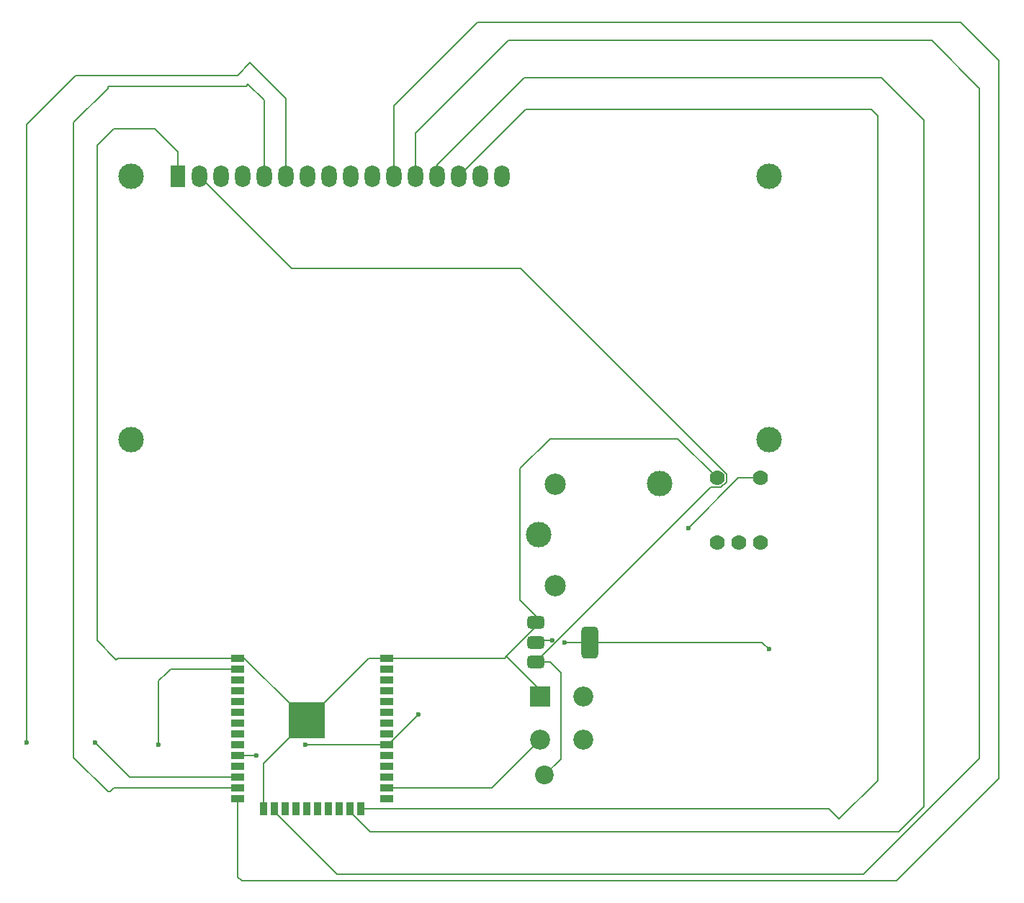
<source format=gbr>
%TF.GenerationSoftware,KiCad,Pcbnew,9.0.0*%
%TF.CreationDate,2025-03-30T19:27:41+05:30*%
%TF.ProjectId,Water_level_controller,57617465-725f-46c6-9576-656c5f636f6e,rev?*%
%TF.SameCoordinates,Original*%
%TF.FileFunction,Copper,L1,Top*%
%TF.FilePolarity,Positive*%
%FSLAX46Y46*%
G04 Gerber Fmt 4.6, Leading zero omitted, Abs format (unit mm)*
G04 Created by KiCad (PCBNEW 9.0.0) date 2025-03-30 19:27:41*
%MOMM*%
%LPD*%
G01*
G04 APERTURE LIST*
G04 Aperture macros list*
%AMRoundRect*
0 Rectangle with rounded corners*
0 $1 Rounding radius*
0 $2 $3 $4 $5 $6 $7 $8 $9 X,Y pos of 4 corners*
0 Add a 4 corners polygon primitive as box body*
4,1,4,$2,$3,$4,$5,$6,$7,$8,$9,$2,$3,0*
0 Add four circle primitives for the rounded corners*
1,1,$1+$1,$2,$3*
1,1,$1+$1,$4,$5*
1,1,$1+$1,$6,$7*
1,1,$1+$1,$8,$9*
0 Add four rect primitives between the rounded corners*
20,1,$1+$1,$2,$3,$4,$5,0*
20,1,$1+$1,$4,$5,$6,$7,0*
20,1,$1+$1,$6,$7,$8,$9,0*
20,1,$1+$1,$8,$9,$2,$3,0*%
G04 Aperture macros list end*
%TA.AperFunction,SMDPad,CuDef*%
%ADD10R,1.500000X0.900000*%
%TD*%
%TA.AperFunction,SMDPad,CuDef*%
%ADD11R,0.900000X1.500000*%
%TD*%
%TA.AperFunction,SMDPad,CuDef*%
%ADD12R,1.050000X1.050000*%
%TD*%
%TA.AperFunction,HeatsinkPad*%
%ADD13C,0.600000*%
%TD*%
%TA.AperFunction,HeatsinkPad*%
%ADD14R,4.200000X4.200000*%
%TD*%
%TA.AperFunction,ComponentPad*%
%ADD15C,2.200000*%
%TD*%
%TA.AperFunction,ComponentPad*%
%ADD16R,2.350000X2.350000*%
%TD*%
%TA.AperFunction,ComponentPad*%
%ADD17C,2.350000*%
%TD*%
%TA.AperFunction,ComponentPad*%
%ADD18C,3.000000*%
%TD*%
%TA.AperFunction,ComponentPad*%
%ADD19R,1.800000X2.600000*%
%TD*%
%TA.AperFunction,ComponentPad*%
%ADD20O,1.800000X2.600000*%
%TD*%
%TA.AperFunction,SMDPad,CuDef*%
%ADD21RoundRect,0.375000X-0.625000X-0.375000X0.625000X-0.375000X0.625000X0.375000X-0.625000X0.375000X0*%
%TD*%
%TA.AperFunction,SMDPad,CuDef*%
%ADD22RoundRect,0.500000X-0.500000X-1.400000X0.500000X-1.400000X0.500000X1.400000X-0.500000X1.400000X0*%
%TD*%
%TA.AperFunction,ComponentPad*%
%ADD23C,1.778000*%
%TD*%
%TA.AperFunction,ComponentPad*%
%ADD24C,2.500000*%
%TD*%
%TA.AperFunction,ViaPad*%
%ADD25C,0.600000*%
%TD*%
%TA.AperFunction,Conductor*%
%ADD26C,0.200000*%
%TD*%
G04 APERTURE END LIST*
D10*
%TO.P,U1,1,GND*%
%TO.N,GND*%
X106810000Y-110315000D03*
%TO.P,U1,2,VDD*%
%TO.N,Net-(U1-VDD)*%
X106810000Y-111585000D03*
%TO.P,U1,3,EN*%
%TO.N,unconnected-(U1-EN-Pad3)*%
X106810000Y-112855000D03*
%TO.P,U1,4,SENSOR_VP*%
%TO.N,unconnected-(U1-SENSOR_VP-Pad4)*%
X106810000Y-114125000D03*
%TO.P,U1,5,SENSOR_VN*%
%TO.N,unconnected-(U1-SENSOR_VN-Pad5)*%
X106810000Y-115395000D03*
%TO.P,U1,6,IO34*%
%TO.N,unconnected-(U1-IO34-Pad6)*%
X106810000Y-116665000D03*
%TO.P,U1,7,IO35*%
%TO.N,unconnected-(U1-IO35-Pad7)*%
X106810000Y-117935000D03*
%TO.P,U1,8,IO32*%
%TO.N,unconnected-(U1-IO32-Pad8)*%
X106810000Y-119205000D03*
%TO.P,U1,9,IO33*%
%TO.N,unconnected-(U1-IO33-Pad9)*%
X106810000Y-120475000D03*
%TO.P,U1,10,IO25*%
%TO.N,Net-(U1-IO18)*%
X106810000Y-121745000D03*
%TO.P,U1,11,IO26*%
%TO.N,Net-(U1-IO26)*%
X106810000Y-123015000D03*
%TO.P,U1,12,IO27*%
%TO.N,Net-(DS1-E)*%
X106810000Y-124285000D03*
%TO.P,U1,13,IO14*%
%TO.N,Net-(DS1-R{slash}W)*%
X106810000Y-125555000D03*
%TO.P,U1,14,IO12*%
%TO.N,Net-(DS1-D4)*%
X106810000Y-126825000D03*
D11*
%TO.P,U1,15,GND*%
%TO.N,GND*%
X109850000Y-128075000D03*
%TO.P,U1,16,IO13*%
%TO.N,Net-(DS1-D5)*%
X111120000Y-128075000D03*
%TO.P,U1,17,SHD/SD2*%
%TO.N,unconnected-(U1-SHD{slash}SD2-Pad17)*%
X112390000Y-128075000D03*
%TO.P,U1,18,SWP/SD3*%
%TO.N,unconnected-(U1-SWP{slash}SD3-Pad18)*%
X113660000Y-128075000D03*
%TO.P,U1,19,SCS/CMD*%
%TO.N,unconnected-(U1-SCS{slash}CMD-Pad19)*%
X114930000Y-128075000D03*
%TO.P,U1,20,SCK/CLK*%
%TO.N,unconnected-(U1-SCK{slash}CLK-Pad20)*%
X116200000Y-128075000D03*
%TO.P,U1,21,SDO/SD0*%
%TO.N,unconnected-(U1-SDO{slash}SD0-Pad21)*%
X117470000Y-128075000D03*
%TO.P,U1,22,SDI/SD1*%
%TO.N,unconnected-(U1-SDI{slash}SD1-Pad22)*%
X118740000Y-128075000D03*
%TO.P,U1,23,IO15*%
%TO.N,Net-(DS1-D6)*%
X120010000Y-128075000D03*
%TO.P,U1,24,IO2*%
%TO.N,Net-(DS1-D7)*%
X121280000Y-128075000D03*
D10*
%TO.P,U1,25,IO0*%
%TO.N,unconnected-(U1-IO0-Pad25)*%
X124310000Y-126825000D03*
%TO.P,U1,26,IO4*%
%TO.N,Net-(D1-A)*%
X124310000Y-125555000D03*
%TO.P,U1,27,IO16*%
%TO.N,unconnected-(U1-IO16-Pad27)*%
X124310000Y-124285000D03*
%TO.P,U1,28,IO17*%
%TO.N,unconnected-(U1-IO17-Pad28)*%
X124310000Y-123015000D03*
%TO.P,U1,29,IO5*%
%TO.N,unconnected-(U1-IO5-Pad29)*%
X124310000Y-121745000D03*
%TO.P,U1,30,IO18*%
%TO.N,Net-(U1-IO18)*%
X124310000Y-120475000D03*
%TO.P,U1,31,IO19*%
%TO.N,unconnected-(U1-IO19-Pad31)*%
X124310000Y-119205000D03*
%TO.P,U1,32,NC*%
%TO.N,unconnected-(U1-NC-Pad32)*%
X124310000Y-117935000D03*
%TO.P,U1,33,IO21*%
%TO.N,unconnected-(U1-IO21-Pad33)*%
X124310000Y-116665000D03*
%TO.P,U1,34,RXD0/IO3*%
%TO.N,unconnected-(U1-RXD0{slash}IO3-Pad34)*%
X124310000Y-115395000D03*
%TO.P,U1,35,TXD0/IO1*%
%TO.N,unconnected-(U1-TXD0{slash}IO1-Pad35)*%
X124310000Y-114125000D03*
%TO.P,U1,36,IO22*%
%TO.N,unconnected-(U1-IO22-Pad36)*%
X124310000Y-112855000D03*
%TO.P,U1,37,IO23*%
%TO.N,unconnected-(U1-IO23-Pad37)*%
X124310000Y-111585000D03*
%TO.P,U1,38,GND*%
%TO.N,GND*%
X124310000Y-110315000D03*
D12*
%TO.P,U1,39,GND*%
X113355000Y-116130000D03*
D13*
X113355000Y-116892500D03*
D12*
X113355000Y-117655000D03*
D13*
X113355000Y-118417500D03*
D12*
X113355000Y-119180000D03*
D13*
X114117500Y-116130000D03*
X114117500Y-117655000D03*
X114117500Y-119180000D03*
D12*
X114880000Y-116130000D03*
D13*
X114880000Y-116892500D03*
D12*
X114880000Y-117655000D03*
D14*
X114880000Y-117655000D03*
D13*
X114880000Y-118417500D03*
D12*
X114880000Y-119180000D03*
D13*
X115642500Y-116130000D03*
X115642500Y-117655000D03*
X115642500Y-119180000D03*
D12*
X116405000Y-116130000D03*
D13*
X116405000Y-116892500D03*
D12*
X116405000Y-117655000D03*
D13*
X116405000Y-118417500D03*
D12*
X116405000Y-119180000D03*
%TD*%
D15*
%TO.P,U3,1,VCC*%
%TO.N,+5V*%
X142860000Y-124055000D03*
%TD*%
D16*
%TO.P,D1,1,K*%
%TO.N,GND*%
X142320000Y-114805000D03*
D17*
%TO.P,D1,2,A*%
%TO.N,Net-(D1-A)*%
X142320000Y-119885000D03*
%TO.P,D1,3*%
%TO.N,N/C*%
X147400000Y-119885000D03*
%TO.P,D1,4*%
X147400000Y-114805000D03*
%TD*%
D18*
%TO.P,DS1,*%
%TO.N,*%
X94250900Y-53642500D03*
X94250900Y-84643200D03*
X169249480Y-84643200D03*
X169250000Y-53642500D03*
D19*
%TO.P,DS1,1,VSS*%
%TO.N,GND*%
X99750000Y-53642500D03*
D20*
%TO.P,DS1,2,VDD*%
%TO.N,+5V*%
X102290000Y-53642500D03*
%TO.P,DS1,3,VO*%
%TO.N,unconnected-(DS1-VO-Pad3)*%
X104830000Y-53642500D03*
%TO.P,DS1,4,RS*%
%TO.N,unconnected-(DS1-RS-Pad4)*%
X107370000Y-53642500D03*
%TO.P,DS1,5,R/W*%
%TO.N,Net-(DS1-R{slash}W)*%
X109910000Y-53642500D03*
%TO.P,DS1,6,E*%
%TO.N,Net-(DS1-E)*%
X112450000Y-53642500D03*
%TO.P,DS1,7,D0*%
%TO.N,unconnected-(DS1-D0-Pad7)*%
X114990000Y-53642500D03*
%TO.P,DS1,8,D1*%
%TO.N,unconnected-(DS1-D1-Pad8)*%
X117530000Y-53642500D03*
%TO.P,DS1,9,D2*%
%TO.N,unconnected-(DS1-D2-Pad9)*%
X120070000Y-53642500D03*
%TO.P,DS1,10,D3*%
%TO.N,unconnected-(DS1-D3-Pad10)*%
X122610000Y-53642500D03*
%TO.P,DS1,11,D4*%
%TO.N,Net-(DS1-D4)*%
X125150000Y-53642500D03*
%TO.P,DS1,12,D5*%
%TO.N,Net-(DS1-D5)*%
X127690000Y-53642500D03*
%TO.P,DS1,13,D6*%
%TO.N,Net-(DS1-D6)*%
X130230000Y-53642500D03*
%TO.P,DS1,14,D7*%
%TO.N,Net-(DS1-D7)*%
X132770000Y-53642500D03*
%TO.P,DS1,15,LED(+)*%
%TO.N,unconnected-(DS1-LED(+)-Pad15)*%
X135310000Y-53642500D03*
%TO.P,DS1,16,LED(-)*%
%TO.N,unconnected-(DS1-LED(-)-Pad16)*%
X137850000Y-53642500D03*
%TD*%
D21*
%TO.P,U2,1,ADJ*%
%TO.N,GND*%
X141860000Y-106150000D03*
%TO.P,U2,2,VO*%
%TO.N,Net-(U1-VDD)*%
X141860000Y-108450000D03*
D22*
X148160000Y-108450000D03*
D21*
%TO.P,U2,3,VI*%
%TO.N,+5V*%
X141860000Y-110750000D03*
%TD*%
D23*
%TO.P,SW1,1,1*%
%TO.N,GND*%
X163170000Y-89130000D03*
%TO.P,SW1,2,2*%
%TO.N,Net-(U1-IO18)*%
X168250000Y-89130000D03*
%TO.P,SW1,3*%
%TO.N,N/C*%
X168250000Y-96750000D03*
%TO.P,SW1,4*%
X165710000Y-96750000D03*
%TO.P,SW1,5*%
X163170000Y-96750000D03*
%TD*%
D18*
%TO.P,K1,1*%
%TO.N,N/C*%
X142160000Y-95775000D03*
D24*
%TO.P,K1,2*%
X144110000Y-101825000D03*
D18*
%TO.P,K1,4*%
X156360000Y-89775000D03*
D24*
%TO.P,K1,5*%
X144110000Y-89825000D03*
%TD*%
D25*
%TO.N,Net-(U1-IO18)*%
X128000000Y-116979484D03*
X114750000Y-120500000D03*
%TO.N,Net-(DS1-E)*%
X82000000Y-120250000D03*
X90000000Y-120250000D03*
%TO.N,Net-(U1-IO18)*%
X108995000Y-121745000D03*
X159750000Y-95000000D03*
%TO.N,Net-(U1-VDD)*%
X143750000Y-108250000D03*
X169250000Y-109250000D03*
X97500000Y-120500000D03*
X145250000Y-108500000D03*
%TD*%
D26*
%TO.N,Net-(U1-IO18)*%
X124504484Y-120475000D02*
X128000000Y-116979484D01*
X124310000Y-120475000D02*
X124504484Y-120475000D01*
X114775000Y-120475000D02*
X124310000Y-120475000D01*
X114750000Y-120500000D02*
X114775000Y-120475000D01*
%TO.N,Net-(DS1-D6)*%
X130230000Y-52270000D02*
X130230000Y-53642500D01*
X187500000Y-47000000D02*
X182500000Y-42000000D01*
X187500000Y-127750000D02*
X187500000Y-47000000D01*
X140500000Y-42000000D02*
X130230000Y-52270000D01*
X184500000Y-130750000D02*
X187500000Y-127750000D01*
X122385000Y-130750000D02*
X184500000Y-130750000D01*
X182500000Y-42000000D02*
X140500000Y-42000000D01*
X120010000Y-128375000D02*
X122385000Y-130750000D01*
X120010000Y-128075000D02*
X120010000Y-128375000D01*
%TO.N,Net-(DS1-D4)*%
X125150000Y-45350000D02*
X125150000Y-53642500D01*
X191750000Y-35500000D02*
X135000000Y-35500000D01*
X196250000Y-40000000D02*
X191750000Y-35500000D01*
X196250000Y-124500000D02*
X196250000Y-40000000D01*
X135000000Y-35500000D02*
X125150000Y-45350000D01*
X106810000Y-136060000D02*
X107250000Y-136500000D01*
X107250000Y-136500000D02*
X184250000Y-136500000D01*
X184250000Y-136500000D02*
X196250000Y-124500000D01*
X106810000Y-126825000D02*
X106810000Y-136060000D01*
%TO.N,GND*%
X90250000Y-50000000D02*
X90250000Y-108250000D01*
X109850000Y-122685000D02*
X109850000Y-128075000D01*
X107540000Y-110315000D02*
X113355000Y-116130000D01*
X116405000Y-116130000D02*
X122220000Y-110315000D01*
X142320000Y-114805000D02*
X142320000Y-114070000D01*
X138152836Y-110315000D02*
X138358918Y-110108918D01*
X142320000Y-114070000D02*
X138358918Y-110108918D01*
X158540000Y-84500000D02*
X143500000Y-84500000D01*
X143500000Y-84500000D02*
X140000000Y-88000000D01*
X99750000Y-50750000D02*
X97000000Y-48000000D01*
X97000000Y-48000000D02*
X92250000Y-48000000D01*
X122220000Y-110315000D02*
X124310000Y-110315000D01*
X163170000Y-89130000D02*
X158540000Y-84500000D01*
X113355000Y-119180000D02*
X109850000Y-122685000D01*
X92250000Y-48000000D02*
X90250000Y-50000000D01*
X140000000Y-103500000D02*
X141860000Y-105360000D01*
X141860000Y-105360000D02*
X141860000Y-106150000D01*
X92500000Y-110500000D02*
X92685000Y-110315000D01*
X92685000Y-110315000D02*
X106810000Y-110315000D01*
X99750000Y-53642500D02*
X99750000Y-50750000D01*
X106810000Y-110315000D02*
X107540000Y-110315000D01*
X140000000Y-88000000D02*
X140000000Y-103500000D01*
X138358918Y-110108918D02*
X141860000Y-106607836D01*
X141860000Y-106607836D02*
X141860000Y-106150000D01*
X124310000Y-110315000D02*
X138152836Y-110315000D01*
X90250000Y-108250000D02*
X92500000Y-110500000D01*
%TO.N,Net-(D1-A)*%
X124310000Y-125555000D02*
X136650000Y-125555000D01*
X136650000Y-125555000D02*
X142320000Y-119885000D01*
%TO.N,Net-(DS1-R{slash}W)*%
X108000000Y-42750000D02*
X107750000Y-43000000D01*
X91750000Y-126000000D02*
X92195000Y-125555000D01*
X91500000Y-43000000D02*
X91500000Y-43250000D01*
X87500000Y-47250000D02*
X87500000Y-122000000D01*
X92195000Y-125555000D02*
X106810000Y-125555000D01*
X109910000Y-53642500D02*
X109910000Y-44660000D01*
X91500000Y-43250000D02*
X87500000Y-47250000D01*
X109910000Y-44660000D02*
X108000000Y-42750000D01*
X91500000Y-126000000D02*
X91750000Y-126000000D01*
X87500000Y-122000000D02*
X91500000Y-126000000D01*
X107750000Y-43000000D02*
X91500000Y-43000000D01*
%TO.N,Net-(DS1-D7)*%
X176325000Y-128075000D02*
X121280000Y-128075000D01*
X140662500Y-45750000D02*
X181250000Y-45750000D01*
X182000000Y-124750000D02*
X177500000Y-129250000D01*
X177500000Y-129250000D02*
X176325000Y-128075000D01*
X181250000Y-45750000D02*
X182000000Y-46500000D01*
X182000000Y-46500000D02*
X182000000Y-124750000D01*
X132770000Y-53642500D02*
X140662500Y-45750000D01*
%TO.N,+5V*%
X144750000Y-112000000D02*
X143500000Y-110750000D01*
X164228500Y-88691554D02*
X164228500Y-89568446D01*
X144750000Y-112000000D02*
X144750000Y-122165000D01*
X162421500Y-90188500D02*
X141860000Y-110750000D01*
X113121000Y-64473500D02*
X140010446Y-64473500D01*
X144750000Y-122165000D02*
X142860000Y-124055000D01*
X102290000Y-53642500D02*
X113121000Y-64473500D01*
X140010446Y-64473500D02*
X164228500Y-88691554D01*
X163608446Y-90188500D02*
X162421500Y-90188500D01*
X143500000Y-110750000D02*
X141860000Y-110750000D01*
X164228500Y-89568446D02*
X163608446Y-90188500D01*
%TO.N,Net-(DS1-D5)*%
X127690000Y-53642500D02*
X127690000Y-48560000D01*
X194000000Y-122131131D02*
X180381131Y-135750000D01*
X188375000Y-37625000D02*
X194000000Y-43250000D01*
X127690000Y-48560000D02*
X138625000Y-37625000D01*
X138625000Y-37625000D02*
X188375000Y-37625000D01*
X180381131Y-135750000D02*
X118495000Y-135750000D01*
X111120000Y-128375000D02*
X111120000Y-128075000D01*
X118495000Y-135750000D02*
X111120000Y-128375000D01*
X194000000Y-43250000D02*
X194000000Y-122131131D01*
%TO.N,Net-(DS1-E)*%
X94035000Y-124285000D02*
X106810000Y-124285000D01*
X90000000Y-120250000D02*
X94035000Y-124285000D01*
X112450000Y-53642500D02*
X112450000Y-44450000D01*
X108250000Y-40250000D02*
X106750000Y-41750000D01*
X106750000Y-41750000D02*
X87750000Y-41750000D01*
X87750000Y-41750000D02*
X82000000Y-47500000D01*
X112450000Y-44450000D02*
X108250000Y-40250000D01*
X82000000Y-47500000D02*
X82000000Y-120250000D01*
%TO.N,Net-(U1-IO18)*%
X159750000Y-95000000D02*
X165620000Y-89130000D01*
X106810000Y-121745000D02*
X108995000Y-121745000D01*
X106810000Y-121745000D02*
X107110000Y-121745000D01*
X165620000Y-89130000D02*
X168250000Y-89130000D01*
%TO.N,Net-(U1-VDD)*%
X168450000Y-108450000D02*
X148160000Y-108450000D01*
X106810000Y-111585000D02*
X98915000Y-111585000D01*
X97500000Y-113000000D02*
X97500000Y-120500000D01*
X169250000Y-109250000D02*
X168450000Y-108450000D01*
X145300000Y-108450000D02*
X145250000Y-108500000D01*
X98915000Y-111585000D02*
X98500000Y-112000000D01*
X98500000Y-112000000D02*
X97500000Y-113000000D01*
X142060000Y-108250000D02*
X141860000Y-108450000D01*
X106810000Y-111585000D02*
X107110000Y-111585000D01*
X147744000Y-108866000D02*
X148160000Y-108450000D01*
X148160000Y-108450000D02*
X145300000Y-108450000D01*
X143750000Y-108250000D02*
X142060000Y-108250000D01*
%TD*%
M02*

</source>
